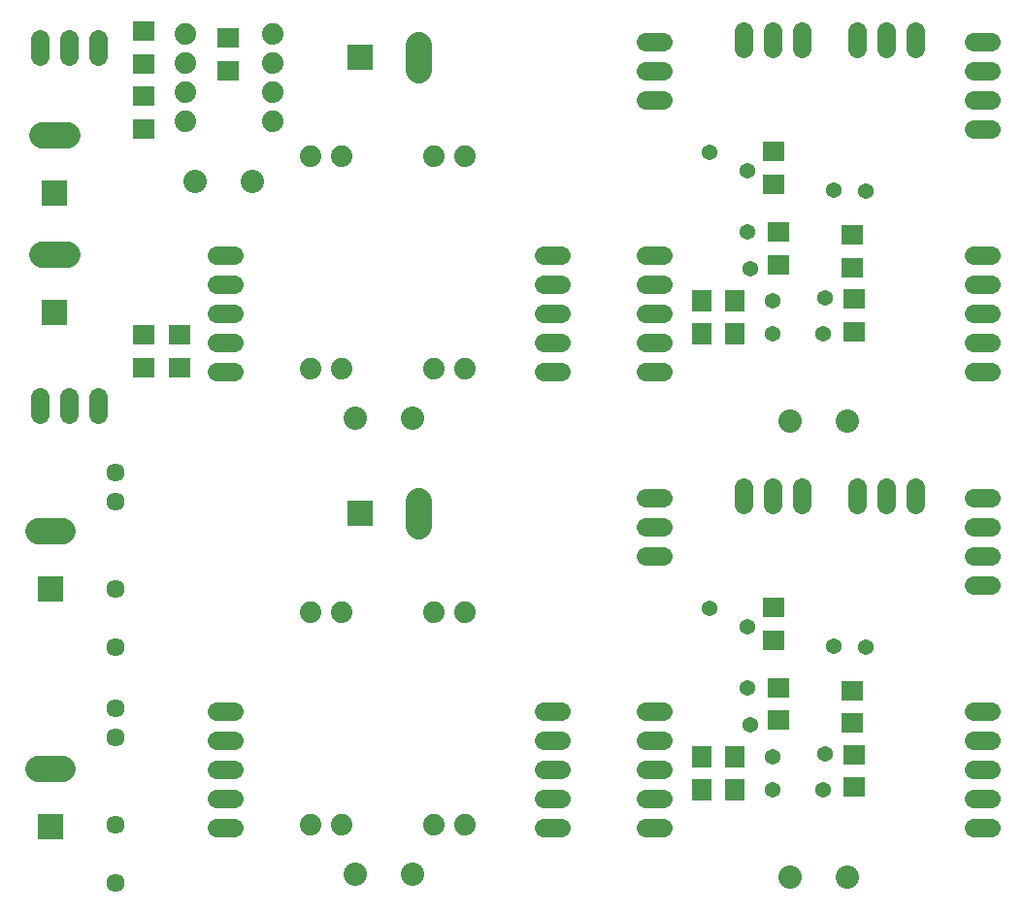
<source format=gbs>
G75*
%MOIN*%
%OFA0B0*%
%FSLAX25Y25*%
%IPPOS*%
%LPD*%
%AMOC8*
5,1,8,0,0,1.08239X$1,22.5*
%
%ADD10C,0.08000*%
%ADD11C,0.07400*%
%ADD12C,0.06400*%
%ADD13R,0.09000X0.09000*%
%ADD14C,0.09000*%
%ADD15R,0.07498X0.06699*%
%ADD16R,0.06699X0.07498*%
%ADD17C,0.06337*%
%ADD18C,0.05400*%
D10*
X0146257Y0060700D03*
X0165943Y0060700D03*
X0295757Y0059700D03*
X0315443Y0059700D03*
X0315443Y0216300D03*
X0295757Y0216300D03*
X0165943Y0217300D03*
X0146257Y0217300D03*
X0110943Y0298800D03*
X0091257Y0298800D03*
D11*
X0088100Y0319300D03*
X0088100Y0329300D03*
X0088100Y0339300D03*
X0088100Y0349300D03*
X0118100Y0349300D03*
X0118100Y0339300D03*
X0118100Y0329300D03*
X0118100Y0319300D03*
X0131072Y0307233D03*
X0141883Y0307233D03*
X0173380Y0307233D03*
X0184191Y0307233D03*
X0184191Y0234398D03*
X0173380Y0234398D03*
X0141883Y0234398D03*
X0131072Y0234398D03*
X0131072Y0150633D03*
X0141883Y0150633D03*
X0173380Y0150633D03*
X0184191Y0150633D03*
X0184191Y0077798D03*
X0173380Y0077798D03*
X0141883Y0077798D03*
X0131072Y0077798D03*
D12*
X0104600Y0076700D02*
X0098600Y0076700D01*
X0098600Y0086700D02*
X0104600Y0086700D01*
X0104600Y0096700D02*
X0098600Y0096700D01*
X0098600Y0106700D02*
X0104600Y0106700D01*
X0104600Y0116700D02*
X0098600Y0116700D01*
X0211100Y0116700D02*
X0217100Y0116700D01*
X0217100Y0106700D02*
X0211100Y0106700D01*
X0211100Y0096700D02*
X0217100Y0096700D01*
X0217100Y0086700D02*
X0211100Y0086700D01*
X0211100Y0076700D02*
X0217100Y0076700D01*
X0246100Y0076700D02*
X0252100Y0076700D01*
X0252100Y0086700D02*
X0246100Y0086700D01*
X0246100Y0096700D02*
X0252100Y0096700D01*
X0252100Y0106700D02*
X0246100Y0106700D01*
X0246100Y0116700D02*
X0252100Y0116700D01*
X0252100Y0170200D02*
X0246100Y0170200D01*
X0246100Y0180200D02*
X0252100Y0180200D01*
X0252100Y0190200D02*
X0246100Y0190200D01*
X0279600Y0187700D02*
X0279600Y0193700D01*
X0289600Y0193700D02*
X0289600Y0187700D01*
X0299600Y0187700D02*
X0299600Y0193700D01*
X0318600Y0193700D02*
X0318600Y0187700D01*
X0328600Y0187700D02*
X0328600Y0193700D01*
X0338600Y0193700D02*
X0338600Y0187700D01*
X0358600Y0190200D02*
X0364600Y0190200D01*
X0364600Y0180200D02*
X0358600Y0180200D01*
X0358600Y0170200D02*
X0364600Y0170200D01*
X0364600Y0160200D02*
X0358600Y0160200D01*
X0358600Y0116700D02*
X0364600Y0116700D01*
X0364600Y0106700D02*
X0358600Y0106700D01*
X0358600Y0096700D02*
X0364600Y0096700D01*
X0364600Y0086700D02*
X0358600Y0086700D01*
X0358600Y0076700D02*
X0364600Y0076700D01*
X0364600Y0233300D02*
X0358600Y0233300D01*
X0358600Y0243300D02*
X0364600Y0243300D01*
X0364600Y0253300D02*
X0358600Y0253300D01*
X0358600Y0263300D02*
X0364600Y0263300D01*
X0364600Y0273300D02*
X0358600Y0273300D01*
X0358600Y0316800D02*
X0364600Y0316800D01*
X0364600Y0326800D02*
X0358600Y0326800D01*
X0358600Y0336800D02*
X0364600Y0336800D01*
X0364600Y0346800D02*
X0358600Y0346800D01*
X0338600Y0344300D02*
X0338600Y0350300D01*
X0328600Y0350300D02*
X0328600Y0344300D01*
X0318600Y0344300D02*
X0318600Y0350300D01*
X0299600Y0350300D02*
X0299600Y0344300D01*
X0289600Y0344300D02*
X0289600Y0350300D01*
X0279600Y0350300D02*
X0279600Y0344300D01*
X0252100Y0346800D02*
X0246100Y0346800D01*
X0246100Y0336800D02*
X0252100Y0336800D01*
X0252100Y0326800D02*
X0246100Y0326800D01*
X0246100Y0273300D02*
X0252100Y0273300D01*
X0252100Y0263300D02*
X0246100Y0263300D01*
X0246100Y0253300D02*
X0252100Y0253300D01*
X0252100Y0243300D02*
X0246100Y0243300D01*
X0246100Y0233300D02*
X0252100Y0233300D01*
X0217100Y0233300D02*
X0211100Y0233300D01*
X0211100Y0243300D02*
X0217100Y0243300D01*
X0217100Y0253300D02*
X0211100Y0253300D01*
X0211100Y0263300D02*
X0217100Y0263300D01*
X0217100Y0273300D02*
X0211100Y0273300D01*
X0104600Y0273300D02*
X0098600Y0273300D01*
X0098600Y0263300D02*
X0104600Y0263300D01*
X0104600Y0253300D02*
X0098600Y0253300D01*
X0098600Y0243300D02*
X0104600Y0243300D01*
X0104600Y0233300D02*
X0098600Y0233300D01*
X0058200Y0224700D02*
X0058200Y0218700D01*
X0048200Y0218700D02*
X0048200Y0224700D01*
X0038200Y0224700D02*
X0038200Y0218700D01*
X0038100Y0341600D02*
X0038100Y0347600D01*
X0048100Y0347600D02*
X0048100Y0341600D01*
X0058100Y0341600D02*
X0058100Y0347600D01*
D13*
X0043100Y0294800D03*
X0043100Y0253800D03*
X0148100Y0184700D03*
X0041600Y0158700D03*
X0041600Y0077200D03*
X0148100Y0341300D03*
D14*
X0168100Y0337000D02*
X0168100Y0345600D01*
X0047400Y0314800D02*
X0038800Y0314800D01*
X0038800Y0273800D02*
X0047400Y0273800D01*
X0045900Y0178700D02*
X0037300Y0178700D01*
X0037300Y0097200D02*
X0045900Y0097200D01*
X0168100Y0180400D02*
X0168100Y0189000D01*
D15*
X0086100Y0234702D03*
X0086100Y0245898D03*
X0073600Y0245898D03*
X0073600Y0234702D03*
X0073600Y0316702D03*
X0073600Y0327898D03*
X0073600Y0339202D03*
X0073600Y0350398D03*
X0102600Y0347898D03*
X0102600Y0336702D03*
X0290100Y0308898D03*
X0290100Y0297702D03*
X0291600Y0281398D03*
X0291600Y0270202D03*
X0317100Y0269202D03*
X0317600Y0258398D03*
X0317600Y0247202D03*
X0317100Y0280398D03*
X0290100Y0152298D03*
X0290100Y0141102D03*
X0291600Y0124798D03*
X0291600Y0113602D03*
X0317100Y0112602D03*
X0317600Y0101798D03*
X0317600Y0090602D03*
X0317100Y0123798D03*
D16*
X0276698Y0101200D03*
X0265502Y0101200D03*
X0265502Y0089700D03*
X0276698Y0089700D03*
X0276698Y0246300D03*
X0265502Y0246300D03*
X0265502Y0257800D03*
X0276698Y0257800D03*
D17*
X0064100Y0057700D03*
X0064100Y0077700D03*
X0064100Y0107700D03*
X0064100Y0117700D03*
X0064100Y0138700D03*
X0064100Y0158700D03*
X0064100Y0188700D03*
X0064100Y0198700D03*
D18*
X0268100Y0152200D03*
X0281100Y0145700D03*
X0281100Y0124700D03*
X0282100Y0112200D03*
X0289600Y0101200D03*
X0289600Y0089700D03*
X0307100Y0089700D03*
X0307600Y0102200D03*
X0310600Y0139200D03*
X0321600Y0138700D03*
X0307100Y0246300D03*
X0307600Y0258800D03*
X0289600Y0257800D03*
X0289600Y0246300D03*
X0282100Y0268800D03*
X0281100Y0281300D03*
X0281100Y0302300D03*
X0268100Y0308800D03*
X0310600Y0295800D03*
X0321600Y0295300D03*
M02*

</source>
